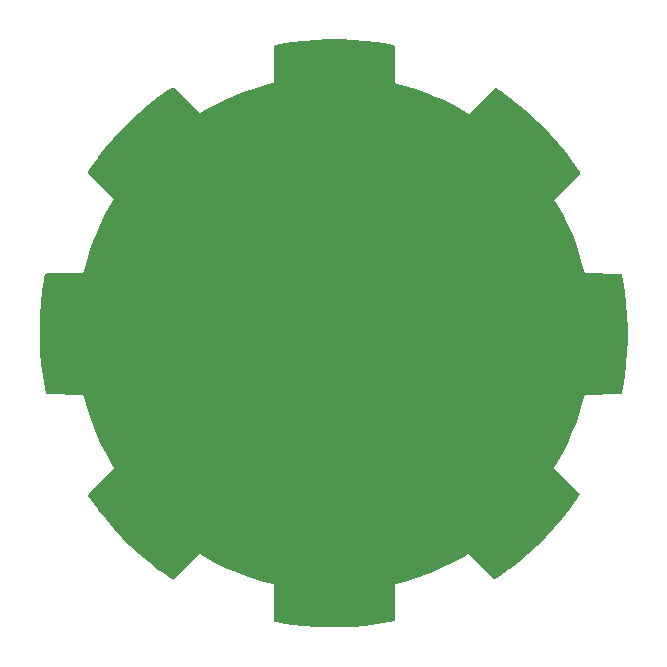
<source format=gbr>
%TF.GenerationSoftware,KiCad,Pcbnew,8.0.0*%
%TF.CreationDate,2025-03-28T23:26:51+01:00*%
%TF.ProjectId,pcb_art_hef,7063625f-6172-4745-9f68-65662e6b6963,rev?*%
%TF.SameCoordinates,Original*%
%TF.FileFunction,Copper,L2,Bot*%
%TF.FilePolarity,Positive*%
%FSLAX46Y46*%
G04 Gerber Fmt 4.6, Leading zero omitted, Abs format (unit mm)*
G04 Created by KiCad (PCBNEW 8.0.0) date 2025-03-28 23:26:51*
%MOMM*%
%LPD*%
G01*
G04 APERTURE LIST*
%TA.AperFunction,ViaPad*%
%ADD10C,6.000000*%
%TD*%
%TA.AperFunction,ViaPad*%
%ADD11C,4.000000*%
%TD*%
G04 APERTURE END LIST*
D10*
%TO.N,GND*%
X117449600Y-137871200D03*
D11*
X126060161Y-117678207D03*
%TD*%
%TA.AperFunction,Conductor*%
%TO.N,GND*%
G36*
X126559983Y-114644079D02*
G01*
X126563998Y-114644173D01*
X127590673Y-114689288D01*
X127594753Y-114689552D01*
X128618638Y-114777139D01*
X128622693Y-114777570D01*
X129642090Y-114907481D01*
X129646129Y-114908081D01*
X130659492Y-115080130D01*
X130662993Y-115080790D01*
X131088100Y-115168942D01*
X131141238Y-115199270D01*
X131166402Y-115255041D01*
X131166994Y-115265113D01*
X131190960Y-118364005D01*
X131190961Y-118364007D01*
X131657849Y-118481494D01*
X131661490Y-118482486D01*
X132399379Y-118698936D01*
X132585103Y-118753417D01*
X132589284Y-118754744D01*
X132736048Y-118804956D01*
X133499763Y-119066244D01*
X133503843Y-119067742D01*
X134232172Y-119353552D01*
X134399598Y-119419254D01*
X134403644Y-119420946D01*
X135282941Y-119811787D01*
X135286909Y-119813657D01*
X136148033Y-120243066D01*
X136151914Y-120245110D01*
X136993401Y-120712368D01*
X136996725Y-120714299D01*
X137408208Y-120964165D01*
X139631154Y-118804955D01*
X139686068Y-118777974D01*
X139746354Y-118788423D01*
X139755023Y-118793582D01*
X140113203Y-119032225D01*
X140116126Y-119034249D01*
X140944429Y-119630273D01*
X140947648Y-119632692D01*
X141433047Y-120013209D01*
X141750536Y-120262097D01*
X141753670Y-120264659D01*
X142530011Y-120926541D01*
X142533018Y-120929213D01*
X143229201Y-121574016D01*
X143281495Y-121622450D01*
X143284424Y-121625277D01*
X144003751Y-122348679D01*
X144006561Y-122351624D01*
X144657208Y-123062124D01*
X144695534Y-123103975D01*
X144698212Y-123107023D01*
X145355689Y-123887077D01*
X145358248Y-123890243D01*
X145983097Y-124696660D01*
X145985523Y-124699928D01*
X146576824Y-125531534D01*
X146578839Y-125534478D01*
X146815839Y-125894596D01*
X146832035Y-125953599D01*
X146810457Y-126010853D01*
X146804354Y-126017794D01*
X144678361Y-128219206D01*
X144678360Y-128219207D01*
X144803180Y-128427744D01*
X144926187Y-128633252D01*
X144928078Y-128636555D01*
X145391022Y-129483002D01*
X145393041Y-129486897D01*
X145817894Y-130352755D01*
X145819739Y-130356736D01*
X146205812Y-131240571D01*
X146207479Y-131244630D01*
X146554016Y-132144712D01*
X146555501Y-132148840D01*
X146861814Y-133063382D01*
X146863115Y-133067572D01*
X147128679Y-133995047D01*
X147129666Y-133998764D01*
X147244378Y-134467460D01*
X147244377Y-134467460D01*
X147276455Y-134467711D01*
X150292660Y-134491329D01*
X150350699Y-134510691D01*
X150386274Y-134560471D01*
X150388924Y-134570730D01*
X150474474Y-134994389D01*
X150475119Y-134997910D01*
X150641530Y-136009169D01*
X150642111Y-136013216D01*
X150766603Y-137030279D01*
X150767015Y-137034346D01*
X150849403Y-138055618D01*
X150849648Y-138059699D01*
X150889801Y-139083540D01*
X150889877Y-139087628D01*
X150887724Y-140112250D01*
X150887631Y-140116337D01*
X150843175Y-141139999D01*
X150842913Y-141144079D01*
X150756230Y-142165020D01*
X150755800Y-142169086D01*
X150627041Y-143185570D01*
X150626444Y-143189615D01*
X150455776Y-144200206D01*
X150455116Y-144203723D01*
X150367727Y-144627322D01*
X150337453Y-144680492D01*
X150281707Y-144705713D01*
X150271517Y-144706316D01*
X147243760Y-144729206D01*
X147127397Y-145195553D01*
X147126399Y-145199246D01*
X146857901Y-146121953D01*
X146856589Y-146126117D01*
X146547759Y-147035837D01*
X146546265Y-147039939D01*
X146197628Y-147935157D01*
X146195955Y-147939189D01*
X145808177Y-148818192D01*
X145806327Y-148822146D01*
X145380180Y-149683183D01*
X145378158Y-149687052D01*
X144914356Y-150528664D01*
X144912446Y-150531977D01*
X144664372Y-150943673D01*
X146784245Y-153106760D01*
X146811471Y-153161554D01*
X146801291Y-153221887D01*
X146796159Y-153230596D01*
X146557109Y-153592707D01*
X146555085Y-153595656D01*
X146503891Y-153667398D01*
X145958293Y-154431979D01*
X145955844Y-154435265D01*
X145325091Y-155245987D01*
X145322508Y-155249169D01*
X144658736Y-156033090D01*
X144656023Y-156036162D01*
X143960392Y-156791917D01*
X143957554Y-156794875D01*
X143231228Y-157521199D01*
X143228271Y-157524036D01*
X142472515Y-158219665D01*
X142469443Y-158222378D01*
X141685520Y-158886147D01*
X141682337Y-158888730D01*
X140871613Y-159519482D01*
X140868327Y-159521931D01*
X140032011Y-160118716D01*
X140029050Y-160120749D01*
X139667414Y-160359497D01*
X139608435Y-160375779D01*
X139551150Y-160354283D01*
X139543104Y-160347118D01*
X137398507Y-158216731D01*
X137398506Y-158216731D01*
X136985753Y-158465962D01*
X136982436Y-158467879D01*
X136138475Y-158933910D01*
X136134595Y-158935942D01*
X135271098Y-159364064D01*
X135267132Y-159365922D01*
X134385559Y-159755429D01*
X134381515Y-159757110D01*
X133483556Y-160107253D01*
X133479441Y-160108753D01*
X132566900Y-160418829D01*
X132562723Y-160420146D01*
X131637088Y-160689638D01*
X131633388Y-160690638D01*
X131165562Y-160807405D01*
X131165559Y-160807408D01*
X131165558Y-160807803D01*
X131142671Y-163835170D01*
X131123324Y-163893217D01*
X131073554Y-163928805D01*
X131063683Y-163931379D01*
X130638849Y-164019050D01*
X130635316Y-164019712D01*
X129622319Y-164190680D01*
X129618264Y-164191279D01*
X128599269Y-164320148D01*
X128595194Y-164320578D01*
X127571726Y-164407164D01*
X127567636Y-164407424D01*
X126541522Y-164451574D01*
X126537424Y-164451666D01*
X125510319Y-164453310D01*
X125506222Y-164453232D01*
X124479925Y-164412365D01*
X124475834Y-164412117D01*
X123452121Y-164328810D01*
X123448044Y-164328393D01*
X122428662Y-164202789D01*
X122424606Y-164202204D01*
X121411019Y-164034472D01*
X121407493Y-164033822D01*
X121334723Y-164019050D01*
X120983266Y-163947705D01*
X120930000Y-163917599D01*
X120904602Y-163861934D01*
X120903961Y-163850684D01*
X120903961Y-160807406D01*
X120435283Y-160692707D01*
X120431565Y-160691720D01*
X119504113Y-160426158D01*
X119499923Y-160424857D01*
X118585417Y-160118552D01*
X118581288Y-160117067D01*
X117681220Y-159770531D01*
X117677162Y-159768864D01*
X116793360Y-159382802D01*
X116789379Y-159380957D01*
X115923548Y-158956113D01*
X115919653Y-158954094D01*
X115073227Y-158491159D01*
X115069890Y-158489248D01*
X114655890Y-158241462D01*
X112454151Y-160367991D01*
X112399160Y-160394817D01*
X112338903Y-160384197D01*
X112330949Y-160379480D01*
X111970250Y-160142097D01*
X111967302Y-160140079D01*
X111938730Y-160119761D01*
X111447632Y-159770531D01*
X111134600Y-159547927D01*
X111131327Y-159545497D01*
X110323878Y-158919702D01*
X110320708Y-158917139D01*
X109890652Y-158554539D01*
X109539692Y-158258628D01*
X109536657Y-158255960D01*
X108783402Y-157565846D01*
X108780485Y-157563061D01*
X108408066Y-157192532D01*
X108056302Y-156842553D01*
X108053472Y-156839620D01*
X107359553Y-156089901D01*
X107356846Y-156086853D01*
X106694382Y-155309211D01*
X106691803Y-155306054D01*
X106061908Y-154501798D01*
X106059462Y-154498538D01*
X106012827Y-154433660D01*
X105463083Y-153668860D01*
X105461053Y-153665926D01*
X105222345Y-153307215D01*
X105205848Y-153248296D01*
X105227133Y-153190933D01*
X105233980Y-153183155D01*
X107391162Y-150977607D01*
X107391161Y-150977606D01*
X107391162Y-150977605D01*
X107141190Y-150565934D01*
X107139259Y-150562611D01*
X106671743Y-149720666D01*
X106669699Y-149716785D01*
X106240080Y-148855245D01*
X106238210Y-148851278D01*
X105847160Y-147971521D01*
X105845468Y-147967474D01*
X105493780Y-147071276D01*
X105492275Y-147067177D01*
X105482956Y-147039939D01*
X105180622Y-146156257D01*
X105179295Y-146152077D01*
X105171073Y-146124049D01*
X104908221Y-145227983D01*
X104907221Y-145224309D01*
X104900450Y-145197401D01*
X104789695Y-144757229D01*
X104789694Y-144757228D01*
X101694485Y-144701980D01*
X101636641Y-144682037D01*
X101601566Y-144631903D01*
X101599290Y-144622981D01*
X101511606Y-144197566D01*
X101510957Y-144194103D01*
X101340249Y-143181485D01*
X101339662Y-143177500D01*
X101211024Y-142158970D01*
X101210597Y-142154909D01*
X101124203Y-141131928D01*
X101123948Y-141127932D01*
X101079945Y-140102219D01*
X101079856Y-140098213D01*
X101078319Y-139071578D01*
X101078398Y-139067486D01*
X101119329Y-138041719D01*
X101119576Y-138037648D01*
X101202907Y-137014413D01*
X101203315Y-137010429D01*
X101328904Y-135991508D01*
X101329487Y-135987469D01*
X101493555Y-134996144D01*
X101497150Y-134974417D01*
X101497798Y-134970899D01*
X101581117Y-134560471D01*
X101583869Y-134546910D01*
X101613975Y-134493645D01*
X101669640Y-134468248D01*
X101680872Y-134467607D01*
X104774961Y-134467607D01*
X104890336Y-133997517D01*
X104891307Y-133993872D01*
X105158432Y-133063690D01*
X105159717Y-133059566D01*
X105467910Y-132142510D01*
X105469404Y-132138373D01*
X105818132Y-131235975D01*
X105819789Y-131231955D01*
X106208376Y-130345970D01*
X106210232Y-130341982D01*
X106631634Y-129486897D01*
X106637896Y-129474189D01*
X106639911Y-129470322D01*
X107105953Y-128622172D01*
X107107800Y-128618960D01*
X107357282Y-128204112D01*
X105183736Y-125988454D01*
X105156484Y-125933675D01*
X105166635Y-125873338D01*
X105171781Y-125864596D01*
X105410836Y-125502475D01*
X105412836Y-125499563D01*
X106009641Y-124663221D01*
X106012080Y-124659949D01*
X106642866Y-123849185D01*
X106645382Y-123846086D01*
X107309216Y-123062091D01*
X107311871Y-123059085D01*
X108007555Y-122303273D01*
X108010346Y-122300364D01*
X108736720Y-121573992D01*
X108739627Y-121571203D01*
X109495441Y-120875521D01*
X109498448Y-120872866D01*
X110282446Y-120209033D01*
X110285566Y-120206501D01*
X111096330Y-119575718D01*
X111099552Y-119573317D01*
X111935964Y-118976465D01*
X111938822Y-118974503D01*
X112301036Y-118735373D01*
X112360014Y-118719092D01*
X112417299Y-118740588D01*
X112424808Y-118747223D01*
X114655560Y-120929407D01*
X114655561Y-120929408D01*
X115069651Y-120680569D01*
X115072913Y-120678695D01*
X115919588Y-120213833D01*
X115923398Y-120211850D01*
X116789655Y-119785243D01*
X116793609Y-119783404D01*
X117677966Y-119395767D01*
X117682013Y-119394100D01*
X118582716Y-119046201D01*
X118586812Y-119044722D01*
X119502134Y-118737227D01*
X119506276Y-118735937D01*
X120434689Y-118469377D01*
X120438286Y-118468420D01*
X120907477Y-118353285D01*
X120922860Y-115240180D01*
X120942055Y-115182086D01*
X120991732Y-115146367D01*
X121002245Y-115143635D01*
X121427140Y-115057750D01*
X121430621Y-115057110D01*
X122444895Y-114890110D01*
X122448930Y-114889531D01*
X123468939Y-114764712D01*
X123472996Y-114764301D01*
X124497362Y-114681820D01*
X124501373Y-114681581D01*
X125528235Y-114641590D01*
X125532325Y-114641516D01*
X126559983Y-114644079D01*
G37*
%TD.AperFunction*%
%TD*%
M02*

</source>
